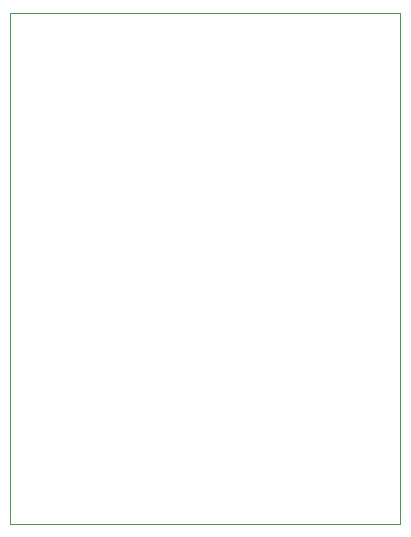
<source format=gbr>
%TF.GenerationSoftware,KiCad,Pcbnew,8.0.8*%
%TF.CreationDate,2025-02-07T23:38:38-07:00*%
%TF.ProjectId,Nitrox_Board,4e697472-6f78-45f4-926f-6172642e6b69,rev?*%
%TF.SameCoordinates,Original*%
%TF.FileFunction,Profile,NP*%
%FSLAX46Y46*%
G04 Gerber Fmt 4.6, Leading zero omitted, Abs format (unit mm)*
G04 Created by KiCad (PCBNEW 8.0.8) date 2025-02-07 23:38:38*
%MOMM*%
%LPD*%
G01*
G04 APERTURE LIST*
%TA.AperFunction,Profile*%
%ADD10C,0.100000*%
%TD*%
G04 APERTURE END LIST*
D10*
X139700000Y-58420000D02*
X172720000Y-58420000D01*
X172720000Y-101640000D01*
X139700000Y-101640000D01*
X139700000Y-58420000D01*
M02*

</source>
